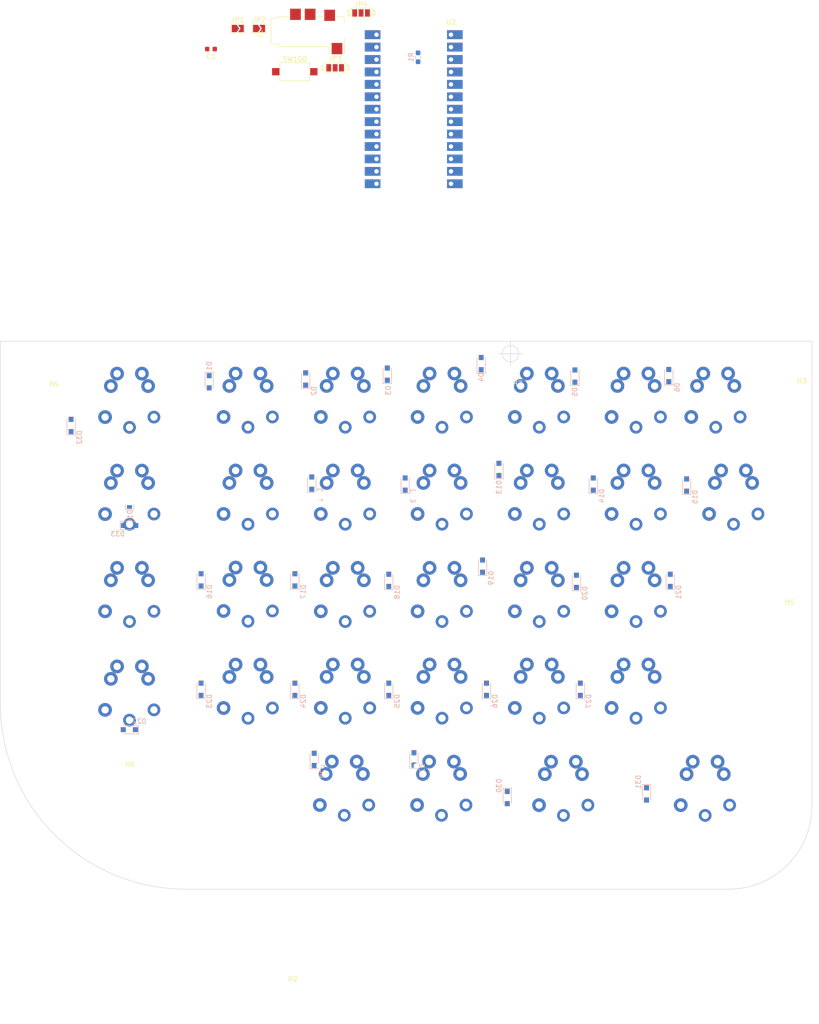
<source format=kicad_pcb>
(kicad_pcb (version 20211014) (generator pcbnew)
  (layers (0 "F.Cu" signal) (31 "B.Cu" signal) (34 "B.Paste" user) (35 "F.Paste" user) (36 "B.SilkS" user "B.Silkscreen") (37 "F.SilkS" user "F.Silkscreen") (38 "B.Mask" user) (39 "F.Mask" user) (44 "Edge.Cuts" user))
  (net 0 "")
  (net 1 "GND")
  (net 2 "Net-(D11-Pad2)")
  (net 3 "Net-(D12-Pad2)")
  (net 4 "Net-(D13-Pad2)")
  (net 5 "/ROW_0")
  (net 6 "Net-(D14-Pad2)")
  (net 7 "Net-(D15-Pad2)")
  (net 8 "Net-(D16-Pad2)")
  (net 9 "Net-(D17-Pad2)")
  (net 10 "Net-(D18-Pad2)")
  (net 11 "Net-(D19-Pad2)")
  (net 12 "/ROW_1")
  (net 13 "Net-(D20-Pad2)")
  (net 14 "Net-(D21-Pad2)")
  (net 15 "Net-(D22-Pad2)")
  (net 16 "Net-(D23-Pad2)")
  (net 17 "Net-(D24-Pad2)")
  (net 18 "Net-(D25-Pad2)")
  (net 19 "/ROW_2")
  (net 20 "Net-(D26-Pad2)")
  (net 21 "Net-(D27-Pad2)")
  (net 22 "Net-(D28-Pad2)")
  (net 23 "Net-(D29-Pad2)")
  (net 24 "Net-(D30-Pad2)")
  (net 25 "Net-(D31-Pad2)")
  (net 26 "/ROW_3")
  (net 27 "Net-(D32-Pad2)")
  (net 28 "/ROW_4")
  (net 29 "/COL_0")
  (net 30 "/COL_1")
  (net 31 "/COL_2")
  (net 32 "/COL_3")
  (net 33 "/COL_4")
  (net 34 "/COL_5")
  (net 35 "Net-(D1-Pad2)")
  (net 36 "Net-(D2-Pad2)")
  (net 37 "Net-(D3-Pad2)")
  (net 38 "Net-(D4-Pad2)")
  (net 39 "Net-(D5-Pad2)")
  (net 40 "Net-(D6-Pad2)")
  (net 41 "Net-(D10-Pad2)")
  (net 42 "+VDC")
  (net 45 "Net-(D33-Pad2)")
  (net 48 "/R1_AJ")
  (net 49 "/R2_AJ")
  (net 50 "Net-(JP1-Pad2)")
  (net 51 "/UART0_TX")
  (net 52 "/UART0_RX")
  (net 53 "/I2C1_SCK")
  (net 54 "/I2C1_SDA")
  (net 55 "Net-(JP2-Pad2)")
  (net 56 "Net-(R1-Pad1)")
  (net 57 "Net-(SW100-Pad2)")
  (footprint "Jumper:SolderJumper-2_P1.3mm_Open_TrianglePad1.0x1.5mm" (layer "F.Cu") (at 135.11 -28.93)
    (fp_text reference "JP1")
    (fp_text value "Left/Right")
  )
  (footprint "Capacitor_SMD:C_0603_1608Metric" (layer "F.Cu") (at 129.62 -24.73)
    (fp_text reference "C1")
    (fp_text value "C")
  )
  (footprint "Lily58-footprint:MX_PG1350-DoubleSide_Keycap_18mm_1.00u" (layer "F.Cu") (at 157.1 46.675)
    (fp_text reference "SW2" hide)
    (fp_text value "SW_Push" hide)
  )
  (footprint "Lily58-footprint:MX_PG1350-DoubleSide_Keycap_18mm_1.00u" (layer "F.Cu") (at 216.6 86.4)
    (fp_text reference "SW18" hide)
    (fp_text value "SW_Push" hide)
  )
  (footprint "Lily58-footprint:MX_PG1350-DoubleSide_Keycap_18mm_1.00u" (layer "F.Cu") (at 196.8 106.15)
    (fp_text reference "SW23" hide)
    (fp_text value "SW_Push" hide)
  )
  (footprint "MountingHole:MountingHole_3.2mm_M3" (layer "F.Cu") (at 187.25 44.375)
    (fp_text reference "H7")
    (fp_text value "MountingHole")
  )
  (footprint "Lily58-footprint:MX_PG1350-DoubleSide_Keycap_28mm_1.50u" (layer "F.Cu") (at 112.95 46.7)
    (fp_text reference "SW29" hide)
    (fp_text value "SW_Push" hide)
  )
  (footprint "Lily58-footprint:MX_PG1350-DoubleSide_Keycap_18mm_1.00u" (layer "F.Cu") (at 137.2 86.3375)
    (fp_text reference "SW14" hide)
    (fp_text value "SW_Push" hide)
  )
  (footprint "Lily58-footprint:MX_PG1350-DoubleSide_Keycap_28mm_1.50u" (layer "F.Cu") (at 112.950291 86.4)
    (fp_text reference "SW13" hide)
    (fp_text value "SW_Push" hide)
  )
  (footprint "Lily58-footprint:MX_PG1350-DoubleSide_Keycap_18mm_1.00u" (layer "F.Cu") (at 232.9 46.675)
    (fp_text reference "SW6" hide)
    (fp_text value "SW_Push" hide)
  )
  (footprint "KB2040:Adafruit_KB2040" (layer "F.Cu") (at 171.11 -27.67)
    (fp_text reference "U2")
    (fp_text value "KB2040")
  )
  (footprint "Lily58-footprint:MX_PG1350-DoubleSide_Keycap_28mm_1.50u" (layer "F.Cu") (at 201.75 126.025)
    (fp_text reference "SW27" hide)
    (fp_text value "SW_Push" hide)
  )
  (footprint "Lily58-footprint:MX_PG1350-DoubleSide_Keycap_18mm_1.00u" (layer "F.Cu") (at 196.8 66.5)
    (fp_text reference "SW10" hide)
    (fp_text value "SW_Push" hide)
  )
  (footprint "Jumper:SolderJumper-2_P1.3mm_Open_TrianglePad1.0x1.5mm" (layer "F.Cu") (at 139.46 -28.93)
    (fp_text reference "JP2")
    (fp_text value "Choice")
  )
  (footprint "Lily58-footprint:MX_PG1350-DoubleSide_Keycap_18mm_1.00u" (layer "F.Cu") (at 137.2 46.675)
    (fp_text reference "SW1" hide)
    (fp_text value "SW_Push" hide)
  )
  (footprint "Lily58-footprint:MX_PG1350-DoubleSide_Keycap_18mm_1.00u" (layer "F.Cu") (at 216.6 66.5)
    (fp_text reference "SW11" hide)
    (fp_text value "SW_Push" hide)
  )
  (footprint "MountingHole:MountingHole_3.2mm_M3" (layer "F.Cu") (at 146.35 169.55)
    (fp_text reference "H2")
    (fp_text value "MountingHole")
  )
  (footprint "Lily58-footprint:MX_PG1350-DoubleSide_Keycap_28mm_1.50u" (layer "F.Cu") (at 112.95 66.525)
    (fp_text reference "SW30" hide)
    (fp_text value "SW_Push" hide)
  )
  (footprint "Lily58-footprint:MX_PG1350-DoubleSide_Keycap_18mm_1.00u" (layer "F.Cu") (at 157.1 106.15)
    (fp_text reference "SW21" hide)
    (fp_text value "SW_Push" hide)
  )
  (footprint "MountingHole:MountingHole_3.2mm_M3" (layer "F.Cu") (at 248 92.6)
    (fp_text reference "H5")
    (fp_text value "MountingHole")
  )
  (footprint "Lily58-footprint:MX_PG1350-DoubleSide_Keycap_18mm_1.00u" (layer "F.Cu") (at 176.9 66.5)
    (fp_text reference "SW9" hide)
    (fp_text value "SW_Push" hide)
  )
  (footprint "MountingHole:MountingHole_3.2mm_M3" (layer "F.Cu") (at 97.8 38.85)
    (fp_text reference "H4")
    (fp_text value "MountingHole")
  )
  (footprint "Jumper:SolderJumper-3_P1.3mm_Open_Pad1.0x1.5mm_NumberLabels" (layer "F.Cu") (at 155.025 -20.9)
    (fp_text reference "JP3")
    (fp_text value "TX_RP2040")
  )
  (footprint "Lily58-footprint:MX_PG1350-DoubleSide_Keycap_18mm_1.00u" (layer "F.Cu") (at 196.8 46.675)
    (fp_text reference "SW4" hide)
    (fp_text value "SW_Push" hide)
  )
  (footprint "Lily58-footprint:MX_PG1350-DoubleSide_Keycap_18mm_1.00u" (layer "F.Cu") (at 137.2 66.50625)
    (fp_text reference "SW7" hide)
    (fp_text value "SW_Push" hide)
  )
  (footprint "MountingHole:MountingHole_3.2mm_M3" (layer "F.Cu") (at 114.65 125.9)
    (fp_text reference "H6")
    (fp_text value "MountingHole")
  )
  (footprint "Lily58-footprint:MX_PG1350-DoubleSide_Keycap_18mm_1.00u" (layer "F.Cu") (at 196.8 86.4)
    (fp_text reference "SW17" hide)
    (fp_text value "SW_Push" hide)
  )
  (footprint "Lily58-footprint:MX_PG1350-DoubleSide_Keycap_28mm_1.50u" (layer "F.Cu") (at 112.950291 106.55)
    (fp_text reference "SW19" hide)
    (fp_text value "SW_Push" hide)
  )
  (footprint "Lily58-footprint:MX_PG1350-DoubleSide_Keycap_18mm_1.00u" (layer "F.Cu") (at 216.6 106.15)
    (fp_text reference "SW24" hide)
    (fp_text value "SW_Push" hide)
  )
  (footprint "Jumper:SolderJumper-3_P1.3mm_Open_Pad1.0x1.5mm_NumberLabels" (layer "F.Cu") (at 160.335 -32.11)
    (fp_text reference "JP4")
    (fp_text value "RX_RP2040")
  )
  (footprint "Lily58-footprint:MX_PG1350-DoubleSide_Keycap_28mm_1.50u" (layer "F.Cu") (at 230.75 126.025)
    (fp_text reference "SW28" hide)
    (fp_text value "SW_Push" hide)
  )
  (footprint "Lily58-footprint:MX_PG1350-DoubleSide_Keycap_18mm_1.00u" (layer "F.Cu") (at 216.6 46.675)
    (fp_text reference "SW5" hide)
    (fp_text value "SW_Push" hide)
  )
  (footprint "Lily58-footprint:MX_PG1350-DoubleSide_Keycap_18mm_1.00u" (layer "F.Cu") (at 176.9 46.675)
    (fp_text reference "SW3" hide)
    (fp_text value "SW_Push" hide)
  )
  (footprint "Lily58-footprint:MX_PG1350-DoubleSide_Keycap_18mm_1.00u" (layer "F.Cu") (at 156.9 126)
    (fp_text reference "SW25" hide)
    (fp_text value "SW_Push" hide)
  )
  (footprint "Lily58-footprint:MX_PG1350-DoubleSide_Keycap_18mm_1.00u" (layer "F.Cu") (at 176.9 106.15)
    (fp_text reference "SW22" hide)
    (fp_text value "SW_Push" hide)
  )
  (footprint "Lily58-footprint:MX_PG1350-DoubleSide_Keycap_18mm_1.00u" (layer "F.Cu") (at 157.1 86.4)
    (fp_text reference "SW15" hide)
    (fp_text value "SW_Push" hide)
  )
  (footprint "Button_Switch_SMD:SW_SPST_CK_RS282G05A3" (layer "F.Cu") (at 146.775 -20.1)
    (fp_text reference "SW100")
    (fp_text value "Toggle Mac/Win")
  )
  (footprint "Connector_Audio:Jack_3.5mm_CUI_SJ2-3574A-SMT_Horizontal" (layer "F.Cu") (at 143.11 -28.28)
    (fp_text reference "J1")
    (fp_text value "AudioJack4")
  )
  (footprint "MountingHole:MountingHole_3.2mm_M3" (layer "F.Cu") (at 248.9 38.7)
    (fp_text reference "H3")
    (fp_text value "MountingHole")
  )
  (footprint "Lily58-footprint:MX_PG1350-DoubleSide_Keycap_18mm_1.00u" (layer "F.Cu") (at 157.1 66.5)
    (fp_text reference "SW8" hide)
    (fp_text value "SW_Push" hide)
  )
  (footprint "Lily58-footprint:MX_PG1350-DoubleSide_Keycap_18mm_1.00u" (layer "F.Cu") (at 236.549709 66.5)
    (fp_text reference "SW12" hide)
    (fp_text value "SW_Push" hide)
  )
  (footprint "Lily58-footprint:MX_PG1350-DoubleSide_Keycap_18mm_1.00u" (layer "F.Cu") (at 137.2 106.16875)
    (fp_text reference "SW20" hide)
    (fp_text value "SW_Push" hide)
  )
  (footprint "Lily58-footprint:MX_PG1350-DoubleSide_Keycap_18mm_1.00u" (layer "F.Cu") (at 176.9 86.4)
    (fp_text reference "SW16" hide)
    (fp_text value "SW_Push" hide)
  )
  (footprint "Lily58-footprint:MX_PG1350-DoubleSide_Keycap_18mm_1.00u" (layer "F.Cu") (at 176.8 126)
    (fp_text reference "SW26" hide)
    (fp_text value "SW_Push" hide)
  )
  (footprint "Diode_SMD:D_SOD-323_Hand_Split_Keyboard" (layer "B.Cu") (at 169.349709 64.225 90)
    (fp_text reference "D12")
    (fp_text value "1N4148W")
  )
  (footprint "Diode_SMD:D_SOD-323_Hand_Split_Keyboard" (layer "B.Cu") (at 127.600291 106.175 90)
    (fp_text reference "D23")
    (fp_text value "1N4148W")
  )
  (footprint "Diode_SMD:D_SOD-323_Hand_Split_Keyboard" (layer "B.Cu") (at 185.2 81 90)
    (fp_text reference "D19")
    (fp_text value "1N4148W")
  )
  (footprint "Diode_SMD:D_SOD-323_Hand_Split_Keyboard" (layer "B.Cu") (at 166 83.9 90)
    (fp_text reference "D18")
    (fp_text value "1N4148W")
  )
  (footprint "Diode_SMD:D_SOD-323_Hand_Split_Keyboard" (layer "B.Cu") (at 188.549709 61.225 90)
    (fp_text reference "D13")
    (fp_text value "1N4148W")
  )
  (footprint "Diode_SMD:D_SOD-323_Hand_Split_Keyboard" (layer "B.Cu") (at 204.1 42.15 90)
    (fp_text reference "D5")
    (fp_text value "1N4148W")
  )
  (footprint "Diode_SMD:D_SOD-323_Hand_Split_Keyboard" (layer "B.Cu") (at 171.15 120.4 90)
    (fp_text reference "D29")
    (fp_text value "1N4148W")
  )
  (footprint "Resistor_SMD:R_0603_1608Metric_Pad0.98x0.95mm_HandSolder" (layer "B.Cu") (at 172 -23.05 -90)
    (fp_text reference "R1")
    (fp_text value "0")
  )
  (footprint "Diode_SMD:D_SOD-323_Hand_Split_Keyboard" (layer "B.Cu") (at 166 106.175 90)
    (fp_text reference "D25")
    (fp_text value "1N4148W")
  )
  (footprint "Diode_SMD:D_SOD-323_Hand_Split_Keyboard" (layer "B.Cu") (at 190.25 128.25 -90)
    (fp_text reference "D30")
    (fp_text value "1N4148W")
  )
  (footprint "Diode_SMD:D_SOD-323_Hand_Split_Keyboard" (layer "B.Cu") (at 101 52.25 90)
    (fp_text reference "D32")
    (fp_text value "1N4148W")
  )
  (footprint "Diode_SMD:D_SOD-323_Hand_Split_Keyboard" (layer "B.Cu") (at 146.800291 106.175 90)
    (fp_text reference "D24")
    (fp_text value "1N4148W")
  )
  (footprint "Diode_SMD:D_SOD-323_Hand_Split_Keyboard" (layer "B.Cu") (at 129.25 43.25 -90)
    (fp_text reference "D1")
    (fp_text value "1N4148W")
  )
  (footprint "Diode_SMD:D_SOD-323_Hand_Split_Keyboard" (layer "B.Cu") (at 149 42.75 90)
    (fp_text reference "D2")
    (fp_text value "1N4148W")
  )
  (footprint "Diode_SMD:D_SOD-323_Hand_Split_Keyboard" (layer "B.Cu") (at 226.949709 64.425 90)
    (fp_text reference "D15")
    (fp_text value "1N4148W")
  )
  (footprint "Diode_SMD:D_SOD-323_Hand_Split_Keyboard" (layer "B.Cu") (at 112.950291 67.475 90)
    (fp_text reference "D10")
    (fp_text value "1N4148W")
  )
  (footprint "Diode_SMD:D_SOD-323_Hand_Split_Keyboard" (layer "B.Cu") (at 218.75 127.5 -90)
    (fp_text reference "D31")
    (fp_text value "1N4148W")
  )
  (footprint "Diode_SMD:D_SOD-323_Hand_Split_Keyboard" (layer "B.Cu") (at 112.950291 114.4 180)
    (fp_text reference "D22")
    (fp_text value "1N4148W")
  )
  (footprint "Diode_SMD:D_SOD-323_Hand_Split_Keyboard" (layer "B.Cu") (at 146.800291 83.8 90)
    (fp_text reference "D17")
    (fp_text value "1N4148W")
  )
  (footprint "Diode_SMD:D_SOD-323_Hand_Split_Keyboard" (layer "B.Cu") (at 186 106.175 90)
    (fp_text reference "D26")
    (fp_text value "1N4148W")
  )
  (footprint "Diode_SMD:D_SOD-323_Hand_Split_Keyboard" (layer "B.Cu") (at 223.3 42.05 90)
    (fp_text reference "D6")
    (fp_text value "1N4148W")
  )
  (footprint "Diode_SMD:D_SOD-323_Hand_Split_Keyboard" (layer "B.Cu") (at 184.9 39.6 90)
    (fp_text reference "D4")
    (fp_text value "1N4148W")
  )
  (footprint "Diode_SMD:D_SOD-323_Hand_Split_Keyboard" (layer "B.Cu") (at 150.25 64.025 90)
    (fp_text reference "D11")
    (fp_text value "1N4148W")
  )
  (footprint "Diode_SMD:D_SOD-323_Hand_Split_Keyboard" (layer "B.Cu") (at 127.600291 83.8 90)
    (fp_text reference "D16")
    (fp_text value "1N4148W")
  )
  (footprint "Diode_SMD:D_SOD-323_Hand_Split_Keyboard" (layer "B.Cu") (at 150.75 120.5 90)
    (fp_text reference "D28")
    (fp_text value "1N4148W")
  )
  (footprint "Diode_SMD:D_SOD-323_Hand_Split_Keyboard" (layer "B.Cu") (at 207.849709 64.225 90)
    (fp_text reference "D14")
    (fp_text value "1N4148W")
  )
  (footprint "Diode_SMD:D_SOD-323_Hand_Split_Keyboard" (layer "B.Cu") (at 205.2 106.175 90)
    (fp_text reference "D27")
    (fp_text value "1N4148W")
  )
  (footprint "Diode_SMD:D_SOD-323_Hand_Split_Keyboard" (layer "B.Cu") (at 204.4 84.1 90)
    (fp_text reference "D20")
    (fp_text value "1N4148W")
  )
  (footprint "Diode_SMD:D_SOD-323_Hand_Split_Keyboard" (layer "B.Cu") (at 112.950291 72.675 3.000000106e-08)
    (fp_text reference "D33")
    (fp_text value "1N4148W")
  )
  (footprint "Diode_SMD:D_SOD-323_Hand_Split_Keyboard" (layer "B.Cu") (at 223.6 83.9 90)
    (fp_text reference "D21")
    (fp_text value "1N4148W")
  )
  (footprint "Diode_SMD:D_SOD-323_Hand_Split_Keyboard" (layer "B.Cu") (at 165.7 41.75 90)
    (fp_text reference "D3")
    (fp_text value "1N4148W")
  )
  (gr_arc (start 252.6 130) (mid 247.620815 142.020815) (end 235.6 147) (layer "Edge.Cuts") (width 0.1))
  (gr_line (start 86.5 35) (end 86.5 109) (layer "Edge.Cuts") (width 0.1))
  (gr_line (start 252.6 130) (end 252.6 35) (layer "Edge.Cuts") (width 0.1))
  (gr_line (start 200.05 35) (end 86.5 35) (layer "Edge.Cuts") (width 0.1))
  (gr_line (start 124.5 147) (end 235.6 147) (layer "Edge.Cuts") (width 0.1))
  (gr_line (start 252.6 35) (end 200.05 35) (layer "Edge.Cuts") (width 0.1))
  (gr_arc (start 124.5 147) (mid 97.629942 135.870058) (end 86.5 109) (layer "Edge.Cuts") (width 0.1))
  (target plus (at 190.899709 37.55) (size 5) (width 0.1) (layer "Edge.Cuts"))
)
</source>
